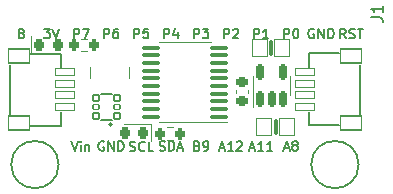
<source format=gbr>
%TF.GenerationSoftware,KiCad,Pcbnew,7.0.3*%
%TF.CreationDate,2023-05-19T16:22:07-07:00*%
%TF.ProjectId,StemmaG0,5374656d-6d61-4473-902e-6b696361645f,rev?*%
%TF.SameCoordinates,Original*%
%TF.FileFunction,Legend,Top*%
%TF.FilePolarity,Positive*%
%FSLAX46Y46*%
G04 Gerber Fmt 4.6, Leading zero omitted, Abs format (unit mm)*
G04 Created by KiCad (PCBNEW 7.0.3) date 2023-05-19 16:22:07*
%MOMM*%
%LPD*%
G01*
G04 APERTURE LIST*
G04 Aperture macros list*
%AMRoundRect*
0 Rectangle with rounded corners*
0 $1 Rounding radius*
0 $2 $3 $4 $5 $6 $7 $8 $9 X,Y pos of 4 corners*
0 Add a 4 corners polygon primitive as box body*
4,1,4,$2,$3,$4,$5,$6,$7,$8,$9,$2,$3,0*
0 Add four circle primitives for the rounded corners*
1,1,$1+$1,$2,$3*
1,1,$1+$1,$4,$5*
1,1,$1+$1,$6,$7*
1,1,$1+$1,$8,$9*
0 Add four rect primitives between the rounded corners*
20,1,$1+$1,$2,$3,$4,$5,0*
20,1,$1+$1,$4,$5,$6,$7,0*
20,1,$1+$1,$6,$7,$8,$9,0*
20,1,$1+$1,$8,$9,$2,$3,0*%
G04 Aperture macros list end*
%ADD10C,0.150000*%
%ADD11C,0.120000*%
%ADD12C,0.203200*%
%ADD13C,0.152400*%
%ADD14C,0.304800*%
%ADD15C,0.010000*%
%ADD16RoundRect,0.200000X0.200000X0.275000X-0.200000X0.275000X-0.200000X-0.275000X0.200000X-0.275000X0*%
%ADD17C,1.700000*%
%ADD18O,1.700000X1.700000*%
%ADD19C,1.152000*%
%ADD20R,0.500000X0.800000*%
%ADD21R,0.400000X0.800000*%
%ADD22RoundRect,0.050800X0.250000X-0.250000X0.250000X0.250000X-0.250000X0.250000X-0.250000X-0.250000X0*%
%ADD23RoundRect,0.050800X0.250000X-0.200000X0.250000X0.200000X-0.250000X0.200000X-0.250000X-0.200000X0*%
%ADD24RoundRect,0.218750X-0.218750X-0.256250X0.218750X-0.256250X0.218750X0.256250X-0.218750X0.256250X0*%
%ADD25C,3.301600*%
%ADD26RoundRect,0.050800X0.775000X0.300000X-0.775000X0.300000X-0.775000X-0.300000X0.775000X-0.300000X0*%
%ADD27RoundRect,0.050800X0.900000X0.600000X-0.900000X0.600000X-0.900000X-0.600000X0.900000X-0.600000X0*%
%ADD28RoundRect,0.218750X0.218750X0.256250X-0.218750X0.256250X-0.218750X-0.256250X0.218750X-0.256250X0*%
%ADD29RoundRect,0.100000X0.637500X0.100000X-0.637500X0.100000X-0.637500X-0.100000X0.637500X-0.100000X0*%
%ADD30RoundRect,0.150000X0.150000X-0.512500X0.150000X0.512500X-0.150000X0.512500X-0.150000X-0.512500X0*%
%ADD31RoundRect,0.225000X0.250000X-0.225000X0.250000X0.225000X-0.250000X0.225000X-0.250000X-0.225000X0*%
%ADD32RoundRect,0.050800X-0.620000X-0.750000X0.620000X-0.750000X0.620000X0.750000X-0.620000X0.750000X0*%
%ADD33RoundRect,0.050800X-0.775000X-0.300000X0.775000X-0.300000X0.775000X0.300000X-0.775000X0.300000X0*%
%ADD34RoundRect,0.050800X-0.900000X-0.600000X0.900000X-0.600000X0.900000X0.600000X-0.900000X0.600000X0*%
%ADD35RoundRect,0.200000X-0.200000X-0.275000X0.200000X-0.275000X0.200000X0.275000X-0.200000X0.275000X0*%
G04 APERTURE END LIST*
D10*
X21098208Y10686705D02*
X21098208Y11486705D01*
X21098208Y11486705D02*
X21402970Y11486705D01*
X21402970Y11486705D02*
X21479160Y11448610D01*
X21479160Y11448610D02*
X21517255Y11410515D01*
X21517255Y11410515D02*
X21555351Y11334324D01*
X21555351Y11334324D02*
X21555351Y11220039D01*
X21555351Y11220039D02*
X21517255Y11143848D01*
X21517255Y11143848D02*
X21479160Y11105753D01*
X21479160Y11105753D02*
X21402970Y11067658D01*
X21402970Y11067658D02*
X21098208Y11067658D01*
X22050589Y11486705D02*
X22126779Y11486705D01*
X22126779Y11486705D02*
X22202970Y11448610D01*
X22202970Y11448610D02*
X22241065Y11410515D01*
X22241065Y11410515D02*
X22279160Y11334324D01*
X22279160Y11334324D02*
X22317255Y11181943D01*
X22317255Y11181943D02*
X22317255Y10991467D01*
X22317255Y10991467D02*
X22279160Y10839086D01*
X22279160Y10839086D02*
X22241065Y10762896D01*
X22241065Y10762896D02*
X22202970Y10724800D01*
X22202970Y10724800D02*
X22126779Y10686705D01*
X22126779Y10686705D02*
X22050589Y10686705D01*
X22050589Y10686705D02*
X21974398Y10724800D01*
X21974398Y10724800D02*
X21936303Y10762896D01*
X21936303Y10762896D02*
X21898208Y10839086D01*
X21898208Y10839086D02*
X21860112Y10991467D01*
X21860112Y10991467D02*
X21860112Y11181943D01*
X21860112Y11181943D02*
X21898208Y11334324D01*
X21898208Y11334324D02*
X21936303Y11410515D01*
X21936303Y11410515D02*
X21974398Y11448610D01*
X21974398Y11448610D02*
X22050589Y11486705D01*
X8036302Y1184051D02*
X8150588Y1145956D01*
X8150588Y1145956D02*
X8341064Y1145956D01*
X8341064Y1145956D02*
X8417255Y1184051D01*
X8417255Y1184051D02*
X8455350Y1222147D01*
X8455350Y1222147D02*
X8493445Y1298337D01*
X8493445Y1298337D02*
X8493445Y1374528D01*
X8493445Y1374528D02*
X8455350Y1450718D01*
X8455350Y1450718D02*
X8417255Y1488813D01*
X8417255Y1488813D02*
X8341064Y1526909D01*
X8341064Y1526909D02*
X8188683Y1565004D01*
X8188683Y1565004D02*
X8112493Y1603099D01*
X8112493Y1603099D02*
X8074398Y1641194D01*
X8074398Y1641194D02*
X8036302Y1717385D01*
X8036302Y1717385D02*
X8036302Y1793575D01*
X8036302Y1793575D02*
X8074398Y1869766D01*
X8074398Y1869766D02*
X8112493Y1907861D01*
X8112493Y1907861D02*
X8188683Y1945956D01*
X8188683Y1945956D02*
X8379160Y1945956D01*
X8379160Y1945956D02*
X8493445Y1907861D01*
X9293446Y1222147D02*
X9255350Y1184051D01*
X9255350Y1184051D02*
X9141065Y1145956D01*
X9141065Y1145956D02*
X9064874Y1145956D01*
X9064874Y1145956D02*
X8950588Y1184051D01*
X8950588Y1184051D02*
X8874398Y1260242D01*
X8874398Y1260242D02*
X8836303Y1336432D01*
X8836303Y1336432D02*
X8798207Y1488813D01*
X8798207Y1488813D02*
X8798207Y1603099D01*
X8798207Y1603099D02*
X8836303Y1755480D01*
X8836303Y1755480D02*
X8874398Y1831671D01*
X8874398Y1831671D02*
X8950588Y1907861D01*
X8950588Y1907861D02*
X9064874Y1945956D01*
X9064874Y1945956D02*
X9141065Y1945956D01*
X9141065Y1945956D02*
X9255350Y1907861D01*
X9255350Y1907861D02*
X9293446Y1869766D01*
X10017255Y1145956D02*
X9636303Y1145956D01*
X9636303Y1145956D02*
X9636303Y1945956D01*
X23619160Y11448610D02*
X23542970Y11486705D01*
X23542970Y11486705D02*
X23428684Y11486705D01*
X23428684Y11486705D02*
X23314398Y11448610D01*
X23314398Y11448610D02*
X23238208Y11372420D01*
X23238208Y11372420D02*
X23200113Y11296229D01*
X23200113Y11296229D02*
X23162017Y11143848D01*
X23162017Y11143848D02*
X23162017Y11029562D01*
X23162017Y11029562D02*
X23200113Y10877181D01*
X23200113Y10877181D02*
X23238208Y10800991D01*
X23238208Y10800991D02*
X23314398Y10724800D01*
X23314398Y10724800D02*
X23428684Y10686705D01*
X23428684Y10686705D02*
X23504875Y10686705D01*
X23504875Y10686705D02*
X23619160Y10724800D01*
X23619160Y10724800D02*
X23657256Y10762896D01*
X23657256Y10762896D02*
X23657256Y11029562D01*
X23657256Y11029562D02*
X23504875Y11029562D01*
X24000113Y10686705D02*
X24000113Y11486705D01*
X24000113Y11486705D02*
X24457256Y10686705D01*
X24457256Y10686705D02*
X24457256Y11486705D01*
X24838208Y10686705D02*
X24838208Y11486705D01*
X24838208Y11486705D02*
X25028684Y11486705D01*
X25028684Y11486705D02*
X25142970Y11448610D01*
X25142970Y11448610D02*
X25219160Y11372420D01*
X25219160Y11372420D02*
X25257255Y11296229D01*
X25257255Y11296229D02*
X25295351Y11143848D01*
X25295351Y11143848D02*
X25295351Y11029562D01*
X25295351Y11029562D02*
X25257255Y10877181D01*
X25257255Y10877181D02*
X25219160Y10800991D01*
X25219160Y10800991D02*
X25142970Y10724800D01*
X25142970Y10724800D02*
X25028684Y10686705D01*
X25028684Y10686705D02*
X24838208Y10686705D01*
X10938208Y10686705D02*
X10938208Y11486705D01*
X10938208Y11486705D02*
X11242970Y11486705D01*
X11242970Y11486705D02*
X11319160Y11448610D01*
X11319160Y11448610D02*
X11357255Y11410515D01*
X11357255Y11410515D02*
X11395351Y11334324D01*
X11395351Y11334324D02*
X11395351Y11220039D01*
X11395351Y11220039D02*
X11357255Y11143848D01*
X11357255Y11143848D02*
X11319160Y11105753D01*
X11319160Y11105753D02*
X11242970Y11067658D01*
X11242970Y11067658D02*
X10938208Y11067658D01*
X12081065Y11220039D02*
X12081065Y10686705D01*
X11890589Y11524800D02*
X11700112Y10953372D01*
X11700112Y10953372D02*
X12195351Y10953372D01*
X5858208Y10686705D02*
X5858208Y11486705D01*
X5858208Y11486705D02*
X6162970Y11486705D01*
X6162970Y11486705D02*
X6239160Y11448610D01*
X6239160Y11448610D02*
X6277255Y11410515D01*
X6277255Y11410515D02*
X6315351Y11334324D01*
X6315351Y11334324D02*
X6315351Y11220039D01*
X6315351Y11220039D02*
X6277255Y11143848D01*
X6277255Y11143848D02*
X6239160Y11105753D01*
X6239160Y11105753D02*
X6162970Y11067658D01*
X6162970Y11067658D02*
X5858208Y11067658D01*
X7001065Y11486705D02*
X6848684Y11486705D01*
X6848684Y11486705D02*
X6772493Y11448610D01*
X6772493Y11448610D02*
X6734398Y11410515D01*
X6734398Y11410515D02*
X6658208Y11296229D01*
X6658208Y11296229D02*
X6620112Y11143848D01*
X6620112Y11143848D02*
X6620112Y10839086D01*
X6620112Y10839086D02*
X6658208Y10762896D01*
X6658208Y10762896D02*
X6696303Y10724800D01*
X6696303Y10724800D02*
X6772493Y10686705D01*
X6772493Y10686705D02*
X6924874Y10686705D01*
X6924874Y10686705D02*
X7001065Y10724800D01*
X7001065Y10724800D02*
X7039160Y10762896D01*
X7039160Y10762896D02*
X7077255Y10839086D01*
X7077255Y10839086D02*
X7077255Y11029562D01*
X7077255Y11029562D02*
X7039160Y11105753D01*
X7039160Y11105753D02*
X7001065Y11143848D01*
X7001065Y11143848D02*
X6924874Y11181943D01*
X6924874Y11181943D02*
X6772493Y11181943D01*
X6772493Y11181943D02*
X6696303Y11143848D01*
X6696303Y11143848D02*
X6658208Y11105753D01*
X6658208Y11105753D02*
X6620112Y11029562D01*
X10557255Y1199800D02*
X10671541Y1161705D01*
X10671541Y1161705D02*
X10862017Y1161705D01*
X10862017Y1161705D02*
X10938208Y1199800D01*
X10938208Y1199800D02*
X10976303Y1237896D01*
X10976303Y1237896D02*
X11014398Y1314086D01*
X11014398Y1314086D02*
X11014398Y1390277D01*
X11014398Y1390277D02*
X10976303Y1466467D01*
X10976303Y1466467D02*
X10938208Y1504562D01*
X10938208Y1504562D02*
X10862017Y1542658D01*
X10862017Y1542658D02*
X10709636Y1580753D01*
X10709636Y1580753D02*
X10633446Y1618848D01*
X10633446Y1618848D02*
X10595351Y1656943D01*
X10595351Y1656943D02*
X10557255Y1733134D01*
X10557255Y1733134D02*
X10557255Y1809324D01*
X10557255Y1809324D02*
X10595351Y1885515D01*
X10595351Y1885515D02*
X10633446Y1923610D01*
X10633446Y1923610D02*
X10709636Y1961705D01*
X10709636Y1961705D02*
X10900113Y1961705D01*
X10900113Y1961705D02*
X11014398Y1923610D01*
X11357256Y1161705D02*
X11357256Y1961705D01*
X11357256Y1961705D02*
X11547732Y1961705D01*
X11547732Y1961705D02*
X11662018Y1923610D01*
X11662018Y1923610D02*
X11738208Y1847420D01*
X11738208Y1847420D02*
X11776303Y1771229D01*
X11776303Y1771229D02*
X11814399Y1618848D01*
X11814399Y1618848D02*
X11814399Y1504562D01*
X11814399Y1504562D02*
X11776303Y1352181D01*
X11776303Y1352181D02*
X11738208Y1275991D01*
X11738208Y1275991D02*
X11662018Y1199800D01*
X11662018Y1199800D02*
X11547732Y1161705D01*
X11547732Y1161705D02*
X11357256Y1161705D01*
X12119160Y1390277D02*
X12500113Y1390277D01*
X12042970Y1161705D02*
X12309637Y1961705D01*
X12309637Y1961705D02*
X12576303Y1161705D01*
X18196302Y1390277D02*
X18577255Y1390277D01*
X18120112Y1161705D02*
X18386779Y1961705D01*
X18386779Y1961705D02*
X18653445Y1161705D01*
X19339159Y1161705D02*
X18882016Y1161705D01*
X19110588Y1161705D02*
X19110588Y1961705D01*
X19110588Y1961705D02*
X19034397Y1847420D01*
X19034397Y1847420D02*
X18958207Y1771229D01*
X18958207Y1771229D02*
X18882016Y1733134D01*
X20101064Y1161705D02*
X19643921Y1161705D01*
X19872493Y1161705D02*
X19872493Y1961705D01*
X19872493Y1961705D02*
X19796302Y1847420D01*
X19796302Y1847420D02*
X19720112Y1771229D01*
X19720112Y1771229D02*
X19643921Y1733134D01*
X18558208Y10686705D02*
X18558208Y11486705D01*
X18558208Y11486705D02*
X18862970Y11486705D01*
X18862970Y11486705D02*
X18939160Y11448610D01*
X18939160Y11448610D02*
X18977255Y11410515D01*
X18977255Y11410515D02*
X19015351Y11334324D01*
X19015351Y11334324D02*
X19015351Y11220039D01*
X19015351Y11220039D02*
X18977255Y11143848D01*
X18977255Y11143848D02*
X18939160Y11105753D01*
X18939160Y11105753D02*
X18862970Y11067658D01*
X18862970Y11067658D02*
X18558208Y11067658D01*
X19777255Y10686705D02*
X19320112Y10686705D01*
X19548684Y10686705D02*
X19548684Y11486705D01*
X19548684Y11486705D02*
X19472493Y11372420D01*
X19472493Y11372420D02*
X19396303Y11296229D01*
X19396303Y11296229D02*
X19320112Y11258134D01*
X8398208Y10686705D02*
X8398208Y11486705D01*
X8398208Y11486705D02*
X8702970Y11486705D01*
X8702970Y11486705D02*
X8779160Y11448610D01*
X8779160Y11448610D02*
X8817255Y11410515D01*
X8817255Y11410515D02*
X8855351Y11334324D01*
X8855351Y11334324D02*
X8855351Y11220039D01*
X8855351Y11220039D02*
X8817255Y11143848D01*
X8817255Y11143848D02*
X8779160Y11105753D01*
X8779160Y11105753D02*
X8702970Y11067658D01*
X8702970Y11067658D02*
X8398208Y11067658D01*
X9579160Y11486705D02*
X9198208Y11486705D01*
X9198208Y11486705D02*
X9160112Y11105753D01*
X9160112Y11105753D02*
X9198208Y11143848D01*
X9198208Y11143848D02*
X9274398Y11181943D01*
X9274398Y11181943D02*
X9464874Y11181943D01*
X9464874Y11181943D02*
X9541065Y11143848D01*
X9541065Y11143848D02*
X9579160Y11105753D01*
X9579160Y11105753D02*
X9617255Y11029562D01*
X9617255Y11029562D02*
X9617255Y10839086D01*
X9617255Y10839086D02*
X9579160Y10762896D01*
X9579160Y10762896D02*
X9541065Y10724800D01*
X9541065Y10724800D02*
X9464874Y10686705D01*
X9464874Y10686705D02*
X9274398Y10686705D01*
X9274398Y10686705D02*
X9198208Y10724800D01*
X9198208Y10724800D02*
X9160112Y10762896D01*
X3318208Y10686705D02*
X3318208Y11486705D01*
X3318208Y11486705D02*
X3622970Y11486705D01*
X3622970Y11486705D02*
X3699160Y11448610D01*
X3699160Y11448610D02*
X3737255Y11410515D01*
X3737255Y11410515D02*
X3775351Y11334324D01*
X3775351Y11334324D02*
X3775351Y11220039D01*
X3775351Y11220039D02*
X3737255Y11143848D01*
X3737255Y11143848D02*
X3699160Y11105753D01*
X3699160Y11105753D02*
X3622970Y11067658D01*
X3622970Y11067658D02*
X3318208Y11067658D01*
X4042017Y11486705D02*
X4575351Y11486705D01*
X4575351Y11486705D02*
X4232493Y10686705D01*
X3089636Y1961705D02*
X3356303Y1161705D01*
X3356303Y1161705D02*
X3622969Y1961705D01*
X3889636Y1161705D02*
X3889636Y1695039D01*
X3889636Y1961705D02*
X3851540Y1923610D01*
X3851540Y1923610D02*
X3889636Y1885515D01*
X3889636Y1885515D02*
X3927731Y1923610D01*
X3927731Y1923610D02*
X3889636Y1961705D01*
X3889636Y1961705D02*
X3889636Y1885515D01*
X4270588Y1695039D02*
X4270588Y1161705D01*
X4270588Y1618848D02*
X4308683Y1656943D01*
X4308683Y1656943D02*
X4384873Y1695039D01*
X4384873Y1695039D02*
X4499159Y1695039D01*
X4499159Y1695039D02*
X4575350Y1656943D01*
X4575350Y1656943D02*
X4613445Y1580753D01*
X4613445Y1580753D02*
X4613445Y1161705D01*
X15656302Y1390277D02*
X16037255Y1390277D01*
X15580112Y1161705D02*
X15846779Y1961705D01*
X15846779Y1961705D02*
X16113445Y1161705D01*
X16799159Y1161705D02*
X16342016Y1161705D01*
X16570588Y1161705D02*
X16570588Y1961705D01*
X16570588Y1961705D02*
X16494397Y1847420D01*
X16494397Y1847420D02*
X16418207Y1771229D01*
X16418207Y1771229D02*
X16342016Y1733134D01*
X17103921Y1885515D02*
X17142017Y1923610D01*
X17142017Y1923610D02*
X17218207Y1961705D01*
X17218207Y1961705D02*
X17408683Y1961705D01*
X17408683Y1961705D02*
X17484874Y1923610D01*
X17484874Y1923610D02*
X17522969Y1885515D01*
X17522969Y1885515D02*
X17561064Y1809324D01*
X17561064Y1809324D02*
X17561064Y1733134D01*
X17561064Y1733134D02*
X17522969Y1618848D01*
X17522969Y1618848D02*
X17065826Y1161705D01*
X17065826Y1161705D02*
X17561064Y1161705D01*
X21117255Y1390277D02*
X21498208Y1390277D01*
X21041065Y1161705D02*
X21307732Y1961705D01*
X21307732Y1961705D02*
X21574398Y1161705D01*
X21955350Y1618848D02*
X21879160Y1656943D01*
X21879160Y1656943D02*
X21841065Y1695039D01*
X21841065Y1695039D02*
X21802969Y1771229D01*
X21802969Y1771229D02*
X21802969Y1809324D01*
X21802969Y1809324D02*
X21841065Y1885515D01*
X21841065Y1885515D02*
X21879160Y1923610D01*
X21879160Y1923610D02*
X21955350Y1961705D01*
X21955350Y1961705D02*
X22107731Y1961705D01*
X22107731Y1961705D02*
X22183922Y1923610D01*
X22183922Y1923610D02*
X22222017Y1885515D01*
X22222017Y1885515D02*
X22260112Y1809324D01*
X22260112Y1809324D02*
X22260112Y1771229D01*
X22260112Y1771229D02*
X22222017Y1695039D01*
X22222017Y1695039D02*
X22183922Y1656943D01*
X22183922Y1656943D02*
X22107731Y1618848D01*
X22107731Y1618848D02*
X21955350Y1618848D01*
X21955350Y1618848D02*
X21879160Y1580753D01*
X21879160Y1580753D02*
X21841065Y1542658D01*
X21841065Y1542658D02*
X21802969Y1466467D01*
X21802969Y1466467D02*
X21802969Y1314086D01*
X21802969Y1314086D02*
X21841065Y1237896D01*
X21841065Y1237896D02*
X21879160Y1199800D01*
X21879160Y1199800D02*
X21955350Y1161705D01*
X21955350Y1161705D02*
X22107731Y1161705D01*
X22107731Y1161705D02*
X22183922Y1199800D01*
X22183922Y1199800D02*
X22222017Y1237896D01*
X22222017Y1237896D02*
X22260112Y1314086D01*
X22260112Y1314086D02*
X22260112Y1466467D01*
X22260112Y1466467D02*
X22222017Y1542658D01*
X22222017Y1542658D02*
X22183922Y1580753D01*
X22183922Y1580753D02*
X22107731Y1618848D01*
X-1114174Y11105753D02*
X-999888Y11067658D01*
X-999888Y11067658D02*
X-961793Y11029562D01*
X-961793Y11029562D02*
X-923697Y10953372D01*
X-923697Y10953372D02*
X-923697Y10839086D01*
X-923697Y10839086D02*
X-961793Y10762896D01*
X-961793Y10762896D02*
X-999888Y10724800D01*
X-999888Y10724800D02*
X-1076078Y10686705D01*
X-1076078Y10686705D02*
X-1380840Y10686705D01*
X-1380840Y10686705D02*
X-1380840Y11486705D01*
X-1380840Y11486705D02*
X-1114174Y11486705D01*
X-1114174Y11486705D02*
X-1037983Y11448610D01*
X-1037983Y11448610D02*
X-999888Y11410515D01*
X-999888Y11410515D02*
X-961793Y11334324D01*
X-961793Y11334324D02*
X-961793Y11258134D01*
X-961793Y11258134D02*
X-999888Y11181943D01*
X-999888Y11181943D02*
X-1037983Y11143848D01*
X-1037983Y11143848D02*
X-1114174Y11105753D01*
X-1114174Y11105753D02*
X-1380840Y11105753D01*
X16018208Y10686705D02*
X16018208Y11486705D01*
X16018208Y11486705D02*
X16322970Y11486705D01*
X16322970Y11486705D02*
X16399160Y11448610D01*
X16399160Y11448610D02*
X16437255Y11410515D01*
X16437255Y11410515D02*
X16475351Y11334324D01*
X16475351Y11334324D02*
X16475351Y11220039D01*
X16475351Y11220039D02*
X16437255Y11143848D01*
X16437255Y11143848D02*
X16399160Y11105753D01*
X16399160Y11105753D02*
X16322970Y11067658D01*
X16322970Y11067658D02*
X16018208Y11067658D01*
X16780112Y11410515D02*
X16818208Y11448610D01*
X16818208Y11448610D02*
X16894398Y11486705D01*
X16894398Y11486705D02*
X17084874Y11486705D01*
X17084874Y11486705D02*
X17161065Y11448610D01*
X17161065Y11448610D02*
X17199160Y11410515D01*
X17199160Y11410515D02*
X17237255Y11334324D01*
X17237255Y11334324D02*
X17237255Y11258134D01*
X17237255Y11258134D02*
X17199160Y11143848D01*
X17199160Y11143848D02*
X16742017Y10686705D01*
X16742017Y10686705D02*
X17237255Y10686705D01*
X759160Y11486705D02*
X1254398Y11486705D01*
X1254398Y11486705D02*
X987732Y11181943D01*
X987732Y11181943D02*
X1102017Y11181943D01*
X1102017Y11181943D02*
X1178208Y11143848D01*
X1178208Y11143848D02*
X1216303Y11105753D01*
X1216303Y11105753D02*
X1254398Y11029562D01*
X1254398Y11029562D02*
X1254398Y10839086D01*
X1254398Y10839086D02*
X1216303Y10762896D01*
X1216303Y10762896D02*
X1178208Y10724800D01*
X1178208Y10724800D02*
X1102017Y10686705D01*
X1102017Y10686705D02*
X873446Y10686705D01*
X873446Y10686705D02*
X797255Y10724800D01*
X797255Y10724800D02*
X759160Y10762896D01*
X1482970Y11486705D02*
X1749637Y10686705D01*
X1749637Y10686705D02*
X2016303Y11486705D01*
X5839160Y1923610D02*
X5762970Y1961705D01*
X5762970Y1961705D02*
X5648684Y1961705D01*
X5648684Y1961705D02*
X5534398Y1923610D01*
X5534398Y1923610D02*
X5458208Y1847420D01*
X5458208Y1847420D02*
X5420113Y1771229D01*
X5420113Y1771229D02*
X5382017Y1618848D01*
X5382017Y1618848D02*
X5382017Y1504562D01*
X5382017Y1504562D02*
X5420113Y1352181D01*
X5420113Y1352181D02*
X5458208Y1275991D01*
X5458208Y1275991D02*
X5534398Y1199800D01*
X5534398Y1199800D02*
X5648684Y1161705D01*
X5648684Y1161705D02*
X5724875Y1161705D01*
X5724875Y1161705D02*
X5839160Y1199800D01*
X5839160Y1199800D02*
X5877256Y1237896D01*
X5877256Y1237896D02*
X5877256Y1504562D01*
X5877256Y1504562D02*
X5724875Y1504562D01*
X6220113Y1161705D02*
X6220113Y1961705D01*
X6220113Y1961705D02*
X6677256Y1161705D01*
X6677256Y1161705D02*
X6677256Y1961705D01*
X7058208Y1161705D02*
X7058208Y1961705D01*
X7058208Y1961705D02*
X7248684Y1961705D01*
X7248684Y1961705D02*
X7362970Y1923610D01*
X7362970Y1923610D02*
X7439160Y1847420D01*
X7439160Y1847420D02*
X7477255Y1771229D01*
X7477255Y1771229D02*
X7515351Y1618848D01*
X7515351Y1618848D02*
X7515351Y1504562D01*
X7515351Y1504562D02*
X7477255Y1352181D01*
X7477255Y1352181D02*
X7439160Y1275991D01*
X7439160Y1275991D02*
X7362970Y1199800D01*
X7362970Y1199800D02*
X7248684Y1161705D01*
X7248684Y1161705D02*
X7058208Y1161705D01*
X13744874Y1580753D02*
X13859160Y1542658D01*
X13859160Y1542658D02*
X13897255Y1504562D01*
X13897255Y1504562D02*
X13935351Y1428372D01*
X13935351Y1428372D02*
X13935351Y1314086D01*
X13935351Y1314086D02*
X13897255Y1237896D01*
X13897255Y1237896D02*
X13859160Y1199800D01*
X13859160Y1199800D02*
X13782970Y1161705D01*
X13782970Y1161705D02*
X13478208Y1161705D01*
X13478208Y1161705D02*
X13478208Y1961705D01*
X13478208Y1961705D02*
X13744874Y1961705D01*
X13744874Y1961705D02*
X13821065Y1923610D01*
X13821065Y1923610D02*
X13859160Y1885515D01*
X13859160Y1885515D02*
X13897255Y1809324D01*
X13897255Y1809324D02*
X13897255Y1733134D01*
X13897255Y1733134D02*
X13859160Y1656943D01*
X13859160Y1656943D02*
X13821065Y1618848D01*
X13821065Y1618848D02*
X13744874Y1580753D01*
X13744874Y1580753D02*
X13478208Y1580753D01*
X14316303Y1161705D02*
X14468684Y1161705D01*
X14468684Y1161705D02*
X14544874Y1199800D01*
X14544874Y1199800D02*
X14582970Y1237896D01*
X14582970Y1237896D02*
X14659160Y1352181D01*
X14659160Y1352181D02*
X14697255Y1504562D01*
X14697255Y1504562D02*
X14697255Y1809324D01*
X14697255Y1809324D02*
X14659160Y1885515D01*
X14659160Y1885515D02*
X14621065Y1923610D01*
X14621065Y1923610D02*
X14544874Y1961705D01*
X14544874Y1961705D02*
X14392493Y1961705D01*
X14392493Y1961705D02*
X14316303Y1923610D01*
X14316303Y1923610D02*
X14278208Y1885515D01*
X14278208Y1885515D02*
X14240112Y1809324D01*
X14240112Y1809324D02*
X14240112Y1618848D01*
X14240112Y1618848D02*
X14278208Y1542658D01*
X14278208Y1542658D02*
X14316303Y1504562D01*
X14316303Y1504562D02*
X14392493Y1466467D01*
X14392493Y1466467D02*
X14544874Y1466467D01*
X14544874Y1466467D02*
X14621065Y1504562D01*
X14621065Y1504562D02*
X14659160Y1542658D01*
X14659160Y1542658D02*
X14697255Y1618848D01*
X13478208Y10686705D02*
X13478208Y11486705D01*
X13478208Y11486705D02*
X13782970Y11486705D01*
X13782970Y11486705D02*
X13859160Y11448610D01*
X13859160Y11448610D02*
X13897255Y11410515D01*
X13897255Y11410515D02*
X13935351Y11334324D01*
X13935351Y11334324D02*
X13935351Y11220039D01*
X13935351Y11220039D02*
X13897255Y11143848D01*
X13897255Y11143848D02*
X13859160Y11105753D01*
X13859160Y11105753D02*
X13782970Y11067658D01*
X13782970Y11067658D02*
X13478208Y11067658D01*
X14202017Y11486705D02*
X14697255Y11486705D01*
X14697255Y11486705D02*
X14430589Y11181943D01*
X14430589Y11181943D02*
X14544874Y11181943D01*
X14544874Y11181943D02*
X14621065Y11143848D01*
X14621065Y11143848D02*
X14659160Y11105753D01*
X14659160Y11105753D02*
X14697255Y11029562D01*
X14697255Y11029562D02*
X14697255Y10839086D01*
X14697255Y10839086D02*
X14659160Y10762896D01*
X14659160Y10762896D02*
X14621065Y10724800D01*
X14621065Y10724800D02*
X14544874Y10686705D01*
X14544874Y10686705D02*
X14316303Y10686705D01*
X14316303Y10686705D02*
X14240112Y10724800D01*
X14240112Y10724800D02*
X14202017Y10762896D01*
X26330589Y10686705D02*
X26063922Y11067658D01*
X25873446Y10686705D02*
X25873446Y11486705D01*
X25873446Y11486705D02*
X26178208Y11486705D01*
X26178208Y11486705D02*
X26254398Y11448610D01*
X26254398Y11448610D02*
X26292493Y11410515D01*
X26292493Y11410515D02*
X26330589Y11334324D01*
X26330589Y11334324D02*
X26330589Y11220039D01*
X26330589Y11220039D02*
X26292493Y11143848D01*
X26292493Y11143848D02*
X26254398Y11105753D01*
X26254398Y11105753D02*
X26178208Y11067658D01*
X26178208Y11067658D02*
X25873446Y11067658D01*
X26635350Y10724800D02*
X26749636Y10686705D01*
X26749636Y10686705D02*
X26940112Y10686705D01*
X26940112Y10686705D02*
X27016303Y10724800D01*
X27016303Y10724800D02*
X27054398Y10762896D01*
X27054398Y10762896D02*
X27092493Y10839086D01*
X27092493Y10839086D02*
X27092493Y10915277D01*
X27092493Y10915277D02*
X27054398Y10991467D01*
X27054398Y10991467D02*
X27016303Y11029562D01*
X27016303Y11029562D02*
X26940112Y11067658D01*
X26940112Y11067658D02*
X26787731Y11105753D01*
X26787731Y11105753D02*
X26711541Y11143848D01*
X26711541Y11143848D02*
X26673446Y11181943D01*
X26673446Y11181943D02*
X26635350Y11258134D01*
X26635350Y11258134D02*
X26635350Y11334324D01*
X26635350Y11334324D02*
X26673446Y11410515D01*
X26673446Y11410515D02*
X26711541Y11448610D01*
X26711541Y11448610D02*
X26787731Y11486705D01*
X26787731Y11486705D02*
X26978208Y11486705D01*
X26978208Y11486705D02*
X27092493Y11448610D01*
X27321065Y11486705D02*
X27778208Y11486705D01*
X27549636Y10686705D02*
X27549636Y11486705D01*
%TO.C,J1*%
X28454819Y12465351D02*
X29169104Y12465351D01*
X29169104Y12465351D02*
X29311961Y12417732D01*
X29311961Y12417732D02*
X29407200Y12322494D01*
X29407200Y12322494D02*
X29454819Y12179637D01*
X29454819Y12179637D02*
X29454819Y12084399D01*
X29454819Y13465351D02*
X29454819Y12893923D01*
X29454819Y13179637D02*
X28454819Y13179637D01*
X28454819Y13179637D02*
X28597676Y13084399D01*
X28597676Y13084399D02*
X28692914Y12989161D01*
X28692914Y12989161D02*
X28740533Y12893923D01*
D11*
%TO.C,R1*%
X4394572Y9619517D02*
X3920056Y9619517D01*
X4394572Y10664517D02*
X3920056Y10664517D01*
%TO.C,R3*%
X7994279Y7289342D02*
X7994279Y8289342D01*
X4634279Y7289342D02*
X4634279Y8289342D01*
D12*
%TO.C,Q2*%
X5598888Y3781035D02*
X6498888Y3781035D01*
X5598888Y5981035D02*
X6498888Y5981035D01*
X6498888Y3381035D02*
G75*
G03*
X6498888Y3381035I-100000J0D01*
G01*
D11*
%TO.C,D1*%
X-342000Y10895000D02*
X-342000Y9425000D01*
D12*
%TO.C,U$19*%
X2000000Y0D02*
G75*
G03*
X2000000Y0I-2000000J0D01*
G01*
D13*
%TO.C,CONN3*%
X23186000Y3350000D02*
X23186000Y4450000D01*
X25786000Y3350000D02*
X23186000Y3350000D01*
X27486000Y4250000D02*
X27486000Y8450000D01*
X23186000Y8250000D02*
X23186000Y9450000D01*
X23186000Y9450000D02*
X25786000Y9450000D01*
D11*
%TO.C,D2*%
X9864361Y1953827D02*
X9864361Y3423827D01*
X9864361Y3423827D02*
X7579361Y3423827D01*
%TO.C,U1*%
X12700000Y3600000D02*
X16300000Y3600000D01*
X12700000Y3600000D02*
X10500000Y3600000D01*
X12700000Y10370000D02*
X14900000Y10370000D01*
X12700000Y10370000D02*
X10500000Y10370000D01*
D12*
%TO.C,U$21*%
X27400000Y0D02*
G75*
G03*
X27400000Y0I-2000000J0D01*
G01*
D11*
%TO.C,U2*%
X18482406Y6699732D02*
X18482406Y4899732D01*
X18482406Y6699732D02*
X18482406Y7499732D01*
X21602406Y6699732D02*
X21602406Y5899732D01*
X21602406Y6699732D02*
X21602406Y7499732D01*
%TO.C,C1*%
X17001712Y6051215D02*
X17001712Y6332375D01*
X18021712Y6051215D02*
X18021712Y6332375D01*
D14*
%TO.C,C3*%
X19999470Y10342070D02*
X19999470Y9326070D01*
D13*
%TO.C,CONN4*%
X2214000Y9350000D02*
X2214000Y8250000D01*
X-386000Y9350000D02*
X2214000Y9350000D01*
X-2086000Y8450000D02*
X-2086000Y4250000D01*
X2214000Y4450000D02*
X2214000Y3250000D01*
X2214000Y3250000D02*
X-386000Y3250000D01*
D14*
%TO.C,C2*%
X20386530Y3665500D02*
X20386530Y2649500D01*
D11*
%TO.C,R2*%
X11208049Y3146751D02*
X11682565Y3146751D01*
X11208049Y2101751D02*
X11682565Y2101751D01*
%TD*%
%LPC*%
%TO.C,G\u002A\u002A\u002A*%
D15*
X23516297Y3022302D02*
X23529269Y3021693D01*
X23541577Y3020640D01*
X23553799Y3019097D01*
X23566514Y3017019D01*
X23575099Y3015403D01*
X23587773Y3012781D01*
X23599864Y3009975D01*
X23611730Y3006871D01*
X23623729Y3003355D01*
X23636221Y2999312D01*
X23649562Y2994628D01*
X23664113Y2989188D01*
X23680231Y2982878D01*
X23692425Y2977969D01*
X23708615Y2971318D01*
X23725051Y2964414D01*
X23741872Y2957190D01*
X23759217Y2949583D01*
X23777223Y2941527D01*
X23796030Y2932958D01*
X23815777Y2923810D01*
X23836601Y2914018D01*
X23858641Y2903517D01*
X23882037Y2892243D01*
X23906926Y2880130D01*
X23933447Y2867113D01*
X23961739Y2853128D01*
X23991940Y2838109D01*
X24011744Y2828219D01*
X24039760Y2814235D01*
X24065794Y2801298D01*
X24090009Y2789333D01*
X24112566Y2778266D01*
X24133627Y2768022D01*
X24153354Y2758528D01*
X24171910Y2749709D01*
X24189455Y2741490D01*
X24206153Y2733797D01*
X24222164Y2726556D01*
X24237651Y2719693D01*
X24252777Y2713132D01*
X24267702Y2706800D01*
X24282589Y2700623D01*
X24297599Y2694525D01*
X24312895Y2688433D01*
X24328639Y2682272D01*
X24334529Y2679991D01*
X24342754Y2676807D01*
X24350393Y2673835D01*
X24357107Y2671207D01*
X24362557Y2669058D01*
X24366405Y2667519D01*
X24368254Y2666750D01*
X24371741Y2665187D01*
X24362702Y2654364D01*
X24348451Y2638524D01*
X24332061Y2622491D01*
X24313779Y2606454D01*
X24293855Y2590601D01*
X24272537Y2575122D01*
X24250073Y2560205D01*
X24226714Y2546039D01*
X24202707Y2532813D01*
X24202086Y2532488D01*
X24170746Y2517099D01*
X24137452Y2502583D01*
X24102544Y2489039D01*
X24066360Y2476567D01*
X24029239Y2465265D01*
X23991519Y2455232D01*
X23953538Y2446568D01*
X23915636Y2439370D01*
X23878150Y2433739D01*
X23854953Y2431046D01*
X23848076Y2430505D01*
X23839436Y2430081D01*
X23829483Y2429773D01*
X23818667Y2429581D01*
X23807438Y2429505D01*
X23796247Y2429545D01*
X23785544Y2429702D01*
X23775778Y2429975D01*
X23767401Y2430365D01*
X23760861Y2430871D01*
X23759400Y2431036D01*
X23735337Y2434887D01*
X23713154Y2440216D01*
X23692861Y2447021D01*
X23674471Y2455297D01*
X23657993Y2465041D01*
X23651693Y2469533D01*
X23637757Y2481382D01*
X23625868Y2494439D01*
X23615906Y2508869D01*
X23607751Y2524838D01*
X23603652Y2535289D01*
X23600493Y2544944D01*
X23598234Y2553722D01*
X23596754Y2562390D01*
X23595930Y2571713D01*
X23595641Y2582457D01*
X23595639Y2585641D01*
X23595707Y2605149D01*
X23587810Y2605959D01*
X23579912Y2606768D01*
X23571383Y2600964D01*
X23562853Y2595161D01*
X23562500Y2583670D01*
X23563036Y2567565D01*
X23565498Y2550722D01*
X23569737Y2533643D01*
X23575604Y2516833D01*
X23582950Y2500795D01*
X23591343Y2486456D01*
X23603611Y2470050D01*
X23617668Y2455268D01*
X23633507Y2442113D01*
X23651121Y2430589D01*
X23670502Y2420699D01*
X23691645Y2412448D01*
X23714540Y2405839D01*
X23739182Y2400874D01*
X23765564Y2397559D01*
X23768597Y2397293D01*
X23778190Y2396717D01*
X23789648Y2396406D01*
X23802431Y2396347D01*
X23816002Y2396527D01*
X23829821Y2396932D01*
X23843351Y2397551D01*
X23856052Y2398370D01*
X23867386Y2399375D01*
X23870863Y2399761D01*
X23909394Y2405101D01*
X23948465Y2412061D01*
X23987694Y2420534D01*
X24026701Y2430413D01*
X24065104Y2441592D01*
X24102524Y2453965D01*
X24138578Y2467425D01*
X24172886Y2481867D01*
X24185274Y2487537D01*
X24215219Y2502350D01*
X24243960Y2518135D01*
X24271337Y2534776D01*
X24297192Y2552157D01*
X24321369Y2570163D01*
X24343707Y2588678D01*
X24364050Y2607586D01*
X24382239Y2626771D01*
X24393098Y2639668D01*
X24398179Y2645858D01*
X24402005Y2650134D01*
X24404669Y2652589D01*
X24406261Y2653317D01*
X24406380Y2653295D01*
X24411377Y2652047D01*
X24418388Y2650632D01*
X24427016Y2649107D01*
X24436867Y2647528D01*
X24447546Y2645953D01*
X24458656Y2644439D01*
X24469803Y2643043D01*
X24480591Y2641822D01*
X24490625Y2640833D01*
X24495396Y2640431D01*
X24505770Y2639836D01*
X24517261Y2639602D01*
X24530019Y2639740D01*
X24544198Y2640258D01*
X24559949Y2641166D01*
X24577426Y2642473D01*
X24596780Y2644187D01*
X24618165Y2646319D01*
X24641731Y2648878D01*
X24649005Y2649702D01*
X24682582Y2653752D01*
X24718381Y2658479D01*
X24756306Y2663865D01*
X24796263Y2669893D01*
X24838156Y2676545D01*
X24881890Y2683805D01*
X24927369Y2691654D01*
X24974498Y2700076D01*
X25023181Y2709053D01*
X25073324Y2718567D01*
X25124831Y2728602D01*
X25177606Y2739140D01*
X25231555Y2750164D01*
X25286581Y2761655D01*
X25342591Y2773598D01*
X25399487Y2785974D01*
X25409191Y2788109D01*
X25420002Y2790474D01*
X25430311Y2792696D01*
X25439827Y2794715D01*
X25448257Y2796470D01*
X25455309Y2797900D01*
X25460693Y2798946D01*
X25464116Y2799547D01*
X25464829Y2799645D01*
X25474216Y2799616D01*
X25484148Y2797698D01*
X25494002Y2794118D01*
X25503154Y2789104D01*
X25510982Y2782886D01*
X25511227Y2782647D01*
X25514915Y2778409D01*
X25519449Y2772194D01*
X25524700Y2764240D01*
X25530537Y2754784D01*
X25536830Y2744063D01*
X25543450Y2732314D01*
X25550267Y2719773D01*
X25557151Y2706678D01*
X25563971Y2693267D01*
X25570599Y2679775D01*
X25576905Y2666441D01*
X25582757Y2653500D01*
X25585751Y2646604D01*
X25595172Y2622968D01*
X25602673Y2600707D01*
X25608251Y2579835D01*
X25611904Y2560362D01*
X25613632Y2542299D01*
X25613431Y2525657D01*
X25611302Y2510449D01*
X25607476Y2497301D01*
X25604191Y2490354D01*
X25599540Y2482841D01*
X25594124Y2475608D01*
X25588540Y2469500D01*
X25586488Y2467642D01*
X25581212Y2463559D01*
X25575514Y2459953D01*
X25569208Y2456788D01*
X25562107Y2454026D01*
X25554025Y2451629D01*
X25544775Y2449559D01*
X25534171Y2447779D01*
X25522026Y2446251D01*
X25508153Y2444936D01*
X25492366Y2443798D01*
X25474479Y2442799D01*
X25460596Y2442160D01*
X25453817Y2441893D01*
X25444962Y2441580D01*
X25434372Y2441230D01*
X25422388Y2440853D01*
X25409353Y2440462D01*
X25395609Y2440065D01*
X25381496Y2439673D01*
X25367357Y2439297D01*
X25360205Y2439113D01*
X25323874Y2438155D01*
X25289757Y2437173D01*
X25257648Y2436158D01*
X25227341Y2435100D01*
X25198631Y2433989D01*
X25171313Y2432814D01*
X25145181Y2431565D01*
X25120030Y2430232D01*
X25095654Y2428806D01*
X25071848Y2427276D01*
X25048406Y2425632D01*
X25025123Y2423864D01*
X25001793Y2421961D01*
X24989486Y2420908D01*
X24937232Y2416000D01*
X24887000Y2410508D01*
X24838451Y2404363D01*
X24791245Y2397493D01*
X24745041Y2389830D01*
X24699501Y2381302D01*
X24654283Y2371840D01*
X24609048Y2361373D01*
X24563456Y2349832D01*
X24517166Y2337146D01*
X24469840Y2323245D01*
X24421137Y2308059D01*
X24384120Y2295989D01*
X24364696Y2289509D01*
X24346721Y2283418D01*
X24329997Y2277624D01*
X24314330Y2272036D01*
X24299522Y2266563D01*
X24285378Y2261114D01*
X24271702Y2255596D01*
X24258297Y2249920D01*
X24244969Y2243993D01*
X24231520Y2237725D01*
X24217755Y2231024D01*
X24203478Y2223799D01*
X24188493Y2215958D01*
X24172603Y2207411D01*
X24155613Y2198066D01*
X24137327Y2187831D01*
X24117548Y2176617D01*
X24096081Y2164331D01*
X24073877Y2151543D01*
X24056668Y2141625D01*
X24041318Y2132811D01*
X24027602Y2124978D01*
X24015296Y2118001D01*
X24004174Y2111756D01*
X23994011Y2106119D01*
X23984583Y2100967D01*
X23975664Y2096175D01*
X23967030Y2091619D01*
X23958456Y2087176D01*
X23949717Y2082721D01*
X23942039Y2078856D01*
X23919644Y2067912D01*
X23898803Y2058325D01*
X23879156Y2049972D01*
X23860344Y2042730D01*
X23842008Y2036474D01*
X23823790Y2031079D01*
X23805329Y2026423D01*
X23786269Y2022382D01*
X23769992Y2019448D01*
X23749669Y2016231D01*
X23730954Y2013703D01*
X23713154Y2011808D01*
X23695575Y2010489D01*
X23677525Y2009691D01*
X23658309Y2009358D01*
X23645100Y2009363D01*
X23635984Y2009431D01*
X23627398Y2009520D01*
X23619716Y2009622D01*
X23613314Y2009734D01*
X23608566Y2009848D01*
X23605848Y2009960D01*
X23605791Y2009964D01*
X23574575Y2013055D01*
X23543783Y2017733D01*
X23513710Y2023923D01*
X23484647Y2031549D01*
X23456888Y2040537D01*
X23430728Y2050811D01*
X23410958Y2060000D01*
X23381529Y2076079D01*
X23352857Y2094436D01*
X23324968Y2115043D01*
X23297888Y2137872D01*
X23271644Y2162894D01*
X23246262Y2190082D01*
X23221767Y2219407D01*
X23198186Y2250841D01*
X23175545Y2284357D01*
X23153870Y2319925D01*
X23133187Y2357519D01*
X23131703Y2360367D01*
X23119015Y2386086D01*
X23107182Y2412741D01*
X23096081Y2440653D01*
X23085588Y2470140D01*
X23075582Y2501524D01*
X23069924Y2520820D01*
X23067330Y2529936D01*
X22983077Y2563922D01*
X22969542Y2569399D01*
X22956679Y2574637D01*
X22944663Y2579564D01*
X22933667Y2584106D01*
X22923864Y2588192D01*
X22915428Y2591747D01*
X22908534Y2594700D01*
X22903353Y2596978D01*
X22900060Y2598508D01*
X22898829Y2599217D01*
X22898824Y2599233D01*
X22899707Y2600219D01*
X22902268Y2602692D01*
X22906377Y2606533D01*
X22911902Y2611623D01*
X22918713Y2617843D01*
X22926678Y2625073D01*
X22935667Y2633196D01*
X22945549Y2642092D01*
X22956193Y2651642D01*
X22967468Y2661728D01*
X22976234Y2669549D01*
X23053643Y2738540D01*
X23058573Y2752158D01*
X23068288Y2776184D01*
X23079687Y2799122D01*
X23092910Y2821181D01*
X23108096Y2842569D01*
X23125384Y2863496D01*
X23144915Y2884169D01*
X23150534Y2889680D01*
X23173614Y2910312D01*
X23198502Y2929403D01*
X23225109Y2946905D01*
X23253344Y2962775D01*
X23283116Y2976967D01*
X23314334Y2989435D01*
X23346907Y3000135D01*
X23380745Y3009020D01*
X23396543Y3012451D01*
X23411765Y3015412D01*
X23425384Y3017734D01*
X23438108Y3019493D01*
X23450643Y3020770D01*
X23463697Y3021641D01*
X23477977Y3022187D01*
X23486048Y3022366D01*
X23502083Y3022511D01*
X23516297Y3022302D01*
G36*
X23516297Y3022302D02*
G01*
X23529269Y3021693D01*
X23541577Y3020640D01*
X23553799Y3019097D01*
X23566514Y3017019D01*
X23575099Y3015403D01*
X23587773Y3012781D01*
X23599864Y3009975D01*
X23611730Y3006871D01*
X23623729Y3003355D01*
X23636221Y2999312D01*
X23649562Y2994628D01*
X23664113Y2989188D01*
X23680231Y2982878D01*
X23692425Y2977969D01*
X23708615Y2971318D01*
X23725051Y2964414D01*
X23741872Y2957190D01*
X23759217Y2949583D01*
X23777223Y2941527D01*
X23796030Y2932958D01*
X23815777Y2923810D01*
X23836601Y2914018D01*
X23858641Y2903517D01*
X23882037Y2892243D01*
X23906926Y2880130D01*
X23933447Y2867113D01*
X23961739Y2853128D01*
X23991940Y2838109D01*
X24011744Y2828219D01*
X24039760Y2814235D01*
X24065794Y2801298D01*
X24090009Y2789333D01*
X24112566Y2778266D01*
X24133627Y2768022D01*
X24153354Y2758528D01*
X24171910Y2749709D01*
X24189455Y2741490D01*
X24206153Y2733797D01*
X24222164Y2726556D01*
X24237651Y2719693D01*
X24252777Y2713132D01*
X24267702Y2706800D01*
X24282589Y2700623D01*
X24297599Y2694525D01*
X24312895Y2688433D01*
X24328639Y2682272D01*
X24334529Y2679991D01*
X24342754Y2676807D01*
X24350393Y2673835D01*
X24357107Y2671207D01*
X24362557Y2669058D01*
X24366405Y2667519D01*
X24368254Y2666750D01*
X24371741Y2665187D01*
X24362702Y2654364D01*
X24348451Y2638524D01*
X24332061Y2622491D01*
X24313779Y2606454D01*
X24293855Y2590601D01*
X24272537Y2575122D01*
X24250073Y2560205D01*
X24226714Y2546039D01*
X24202707Y2532813D01*
X24202086Y2532488D01*
X24170746Y2517099D01*
X24137452Y2502583D01*
X24102544Y2489039D01*
X24066360Y2476567D01*
X24029239Y2465265D01*
X23991519Y2455232D01*
X23953538Y2446568D01*
X23915636Y2439370D01*
X23878150Y2433739D01*
X23854953Y2431046D01*
X23848076Y2430505D01*
X23839436Y2430081D01*
X23829483Y2429773D01*
X23818667Y2429581D01*
X23807438Y2429505D01*
X23796247Y2429545D01*
X23785544Y2429702D01*
X23775778Y2429975D01*
X23767401Y2430365D01*
X23760861Y2430871D01*
X23759400Y2431036D01*
X23735337Y2434887D01*
X23713154Y2440216D01*
X23692861Y2447021D01*
X23674471Y2455297D01*
X23657993Y2465041D01*
X23651693Y2469533D01*
X23637757Y2481382D01*
X23625868Y2494439D01*
X23615906Y2508869D01*
X23607751Y2524838D01*
X23603652Y2535289D01*
X23600493Y2544944D01*
X23598234Y2553722D01*
X23596754Y2562390D01*
X23595930Y2571713D01*
X23595641Y2582457D01*
X23595639Y2585641D01*
X23595707Y2605149D01*
X23587810Y2605959D01*
X23579912Y2606768D01*
X23571383Y2600964D01*
X23562853Y2595161D01*
X23562500Y2583670D01*
X23563036Y2567565D01*
X23565498Y2550722D01*
X23569737Y2533643D01*
X23575604Y2516833D01*
X23582950Y2500795D01*
X23591343Y2486456D01*
X23603611Y2470050D01*
X23617668Y2455268D01*
X23633507Y2442113D01*
X23651121Y2430589D01*
X23670502Y2420699D01*
X23691645Y2412448D01*
X23714540Y2405839D01*
X23739182Y2400874D01*
X23765564Y2397559D01*
X23768597Y2397293D01*
X23778190Y2396717D01*
X23789648Y2396406D01*
X23802431Y2396347D01*
X23816002Y2396527D01*
X23829821Y2396932D01*
X23843351Y2397551D01*
X23856052Y2398370D01*
X23867386Y2399375D01*
X23870863Y2399761D01*
X23909394Y2405101D01*
X23948465Y2412061D01*
X23987694Y2420534D01*
X24026701Y2430413D01*
X24065104Y2441592D01*
X24102524Y2453965D01*
X24138578Y2467425D01*
X24172886Y2481867D01*
X24185274Y2487537D01*
X24215219Y2502350D01*
X24243960Y2518135D01*
X24271337Y2534776D01*
X24297192Y2552157D01*
X24321369Y2570163D01*
X24343707Y2588678D01*
X24364050Y2607586D01*
X24382239Y2626771D01*
X24393098Y2639668D01*
X24398179Y2645858D01*
X24402005Y2650134D01*
X24404669Y2652589D01*
X24406261Y2653317D01*
X24406380Y2653295D01*
X24411377Y2652047D01*
X24418388Y2650632D01*
X24427016Y2649107D01*
X24436867Y2647528D01*
X24447546Y2645953D01*
X24458656Y2644439D01*
X24469803Y2643043D01*
X24480591Y2641822D01*
X24490625Y2640833D01*
X24495396Y2640431D01*
X24505770Y2639836D01*
X24517261Y2639602D01*
X24530019Y2639740D01*
X24544198Y2640258D01*
X24559949Y2641166D01*
X24577426Y2642473D01*
X24596780Y2644187D01*
X24618165Y2646319D01*
X24641731Y2648878D01*
X24649005Y2649702D01*
X24682582Y2653752D01*
X24718381Y2658479D01*
X24756306Y2663865D01*
X24796263Y2669893D01*
X24838156Y2676545D01*
X24881890Y2683805D01*
X24927369Y2691654D01*
X24974498Y2700076D01*
X25023181Y2709053D01*
X25073324Y2718567D01*
X25124831Y2728602D01*
X25177606Y2739140D01*
X25231555Y2750164D01*
X25286581Y2761655D01*
X25342591Y2773598D01*
X25399487Y2785974D01*
X25409191Y2788109D01*
X25420002Y2790474D01*
X25430311Y2792696D01*
X25439827Y2794715D01*
X25448257Y2796470D01*
X25455309Y2797900D01*
X25460693Y2798946D01*
X25464116Y2799547D01*
X25464829Y2799645D01*
X25474216Y2799616D01*
X25484148Y2797698D01*
X25494002Y2794118D01*
X25503154Y2789104D01*
X25510982Y2782886D01*
X25511227Y2782647D01*
X25514915Y2778409D01*
X25519449Y2772194D01*
X25524700Y2764240D01*
X25530537Y2754784D01*
X25536830Y2744063D01*
X25543450Y2732314D01*
X25550267Y2719773D01*
X25557151Y2706678D01*
X25563971Y2693267D01*
X25570599Y2679775D01*
X25576905Y2666441D01*
X25582757Y2653500D01*
X25585751Y2646604D01*
X25595172Y2622968D01*
X25602673Y2600707D01*
X25608251Y2579835D01*
X25611904Y2560362D01*
X25613632Y2542299D01*
X25613431Y2525657D01*
X25611302Y2510449D01*
X25607476Y2497301D01*
X25604191Y2490354D01*
X25599540Y2482841D01*
X25594124Y2475608D01*
X25588540Y2469500D01*
X25586488Y2467642D01*
X25581212Y2463559D01*
X25575514Y2459953D01*
X25569208Y2456788D01*
X25562107Y2454026D01*
X25554025Y2451629D01*
X25544775Y2449559D01*
X25534171Y2447779D01*
X25522026Y2446251D01*
X25508153Y2444936D01*
X25492366Y2443798D01*
X25474479Y2442799D01*
X25460596Y2442160D01*
X25453817Y2441893D01*
X25444962Y2441580D01*
X25434372Y2441230D01*
X25422388Y2440853D01*
X25409353Y2440462D01*
X25395609Y2440065D01*
X25381496Y2439673D01*
X25367357Y2439297D01*
X25360205Y2439113D01*
X25323874Y2438155D01*
X25289757Y2437173D01*
X25257648Y2436158D01*
X25227341Y2435100D01*
X25198631Y2433989D01*
X25171313Y2432814D01*
X25145181Y2431565D01*
X25120030Y2430232D01*
X25095654Y2428806D01*
X25071848Y2427276D01*
X25048406Y2425632D01*
X25025123Y2423864D01*
X25001793Y2421961D01*
X24989486Y2420908D01*
X24937232Y2416000D01*
X24887000Y2410508D01*
X24838451Y2404363D01*
X24791245Y2397493D01*
X24745041Y2389830D01*
X24699501Y2381302D01*
X24654283Y2371840D01*
X24609048Y2361373D01*
X24563456Y2349832D01*
X24517166Y2337146D01*
X24469840Y2323245D01*
X24421137Y2308059D01*
X24384120Y2295989D01*
X24364696Y2289509D01*
X24346721Y2283418D01*
X24329997Y2277624D01*
X24314330Y2272036D01*
X24299522Y2266563D01*
X24285378Y2261114D01*
X24271702Y2255596D01*
X24258297Y2249920D01*
X24244969Y2243993D01*
X24231520Y2237725D01*
X24217755Y2231024D01*
X24203478Y2223799D01*
X24188493Y2215958D01*
X24172603Y2207411D01*
X24155613Y2198066D01*
X24137327Y2187831D01*
X24117548Y2176617D01*
X24096081Y2164331D01*
X24073877Y2151543D01*
X24056668Y2141625D01*
X24041318Y2132811D01*
X24027602Y2124978D01*
X24015296Y2118001D01*
X24004174Y2111756D01*
X23994011Y2106119D01*
X23984583Y2100967D01*
X23975664Y2096175D01*
X23967030Y2091619D01*
X23958456Y2087176D01*
X23949717Y2082721D01*
X23942039Y2078856D01*
X23919644Y2067912D01*
X23898803Y2058325D01*
X23879156Y2049972D01*
X23860344Y2042730D01*
X23842008Y2036474D01*
X23823790Y2031079D01*
X23805329Y2026423D01*
X23786269Y2022382D01*
X23769992Y2019448D01*
X23749669Y2016231D01*
X23730954Y2013703D01*
X23713154Y2011808D01*
X23695575Y2010489D01*
X23677525Y2009691D01*
X23658309Y2009358D01*
X23645100Y2009363D01*
X23635984Y2009431D01*
X23627398Y2009520D01*
X23619716Y2009622D01*
X23613314Y2009734D01*
X23608566Y2009848D01*
X23605848Y2009960D01*
X23605791Y2009964D01*
X23574575Y2013055D01*
X23543783Y2017733D01*
X23513710Y2023923D01*
X23484647Y2031549D01*
X23456888Y2040537D01*
X23430728Y2050811D01*
X23410958Y2060000D01*
X23381529Y2076079D01*
X23352857Y2094436D01*
X23324968Y2115043D01*
X23297888Y2137872D01*
X23271644Y2162894D01*
X23246262Y2190082D01*
X23221767Y2219407D01*
X23198186Y2250841D01*
X23175545Y2284357D01*
X23153870Y2319925D01*
X23133187Y2357519D01*
X23131703Y2360367D01*
X23119015Y2386086D01*
X23107182Y2412741D01*
X23096081Y2440653D01*
X23085588Y2470140D01*
X23075582Y2501524D01*
X23069924Y2520820D01*
X23067330Y2529936D01*
X22983077Y2563922D01*
X22969542Y2569399D01*
X22956679Y2574637D01*
X22944663Y2579564D01*
X22933667Y2584106D01*
X22923864Y2588192D01*
X22915428Y2591747D01*
X22908534Y2594700D01*
X22903353Y2596978D01*
X22900060Y2598508D01*
X22898829Y2599217D01*
X22898824Y2599233D01*
X22899707Y2600219D01*
X22902268Y2602692D01*
X22906377Y2606533D01*
X22911902Y2611623D01*
X22918713Y2617843D01*
X22926678Y2625073D01*
X22935667Y2633196D01*
X22945549Y2642092D01*
X22956193Y2651642D01*
X22967468Y2661728D01*
X22976234Y2669549D01*
X23053643Y2738540D01*
X23058573Y2752158D01*
X23068288Y2776184D01*
X23079687Y2799122D01*
X23092910Y2821181D01*
X23108096Y2842569D01*
X23125384Y2863496D01*
X23144915Y2884169D01*
X23150534Y2889680D01*
X23173614Y2910312D01*
X23198502Y2929403D01*
X23225109Y2946905D01*
X23253344Y2962775D01*
X23283116Y2976967D01*
X23314334Y2989435D01*
X23346907Y3000135D01*
X23380745Y3009020D01*
X23396543Y3012451D01*
X23411765Y3015412D01*
X23425384Y3017734D01*
X23438108Y3019493D01*
X23450643Y3020770D01*
X23463697Y3021641D01*
X23477977Y3022187D01*
X23486048Y3022366D01*
X23502083Y3022511D01*
X23516297Y3022302D01*
G37*
%TD*%
D16*
%TO.C,R1*%
X4982314Y10142017D03*
X3332314Y10142017D03*
%TD*%
D17*
%TO.C,J1*%
X26670000Y12700000D03*
D18*
X24130000Y12700000D03*
X21590000Y12700000D03*
X19050000Y12700000D03*
X16510000Y12700000D03*
X13970000Y12700000D03*
X11430000Y12700000D03*
X8890000Y12700000D03*
X6350000Y12700000D03*
X3810000Y12700000D03*
X1270000Y12700000D03*
X-1270000Y12700000D03*
%TD*%
D19*
%TO.C,REF\u002A\u002A*%
X2540000Y-1270000D03*
%TD*%
D20*
%TO.C,R3*%
X7514279Y8689342D03*
D21*
X6714279Y8689342D03*
X5914279Y8689342D03*
D20*
X5114279Y8689342D03*
X5114279Y6889342D03*
D21*
X5914279Y6889342D03*
X6714279Y6889342D03*
D20*
X7514279Y6889342D03*
%TD*%
D22*
%TO.C,Q2*%
X6948888Y4131035D03*
D23*
X6948888Y4881035D03*
D22*
X6948888Y5631035D03*
X5148888Y5631035D03*
D23*
X5148888Y4881035D03*
D22*
X5148888Y4131035D03*
%TD*%
D24*
%TO.C,D1*%
X355500Y10160000D03*
X1930500Y10160000D03*
%TD*%
D25*
%TO.C,U$19*%
X0Y0D03*
%TD*%
D26*
%TO.C,CONN3*%
X22886000Y4850000D03*
X22886000Y5850000D03*
X22886000Y6850000D03*
X22886000Y7850000D03*
D27*
X26786000Y3550000D03*
X26786000Y9150000D03*
%TD*%
D17*
%TO.C,J2*%
X3810000Y0D03*
D18*
X6350000Y0D03*
X8890000Y0D03*
X11430000Y0D03*
X13970000Y0D03*
X16510000Y0D03*
X19050000Y0D03*
X21590000Y0D03*
%TD*%
D28*
%TO.C,D2*%
X9166861Y2688827D03*
X7591861Y2688827D03*
%TD*%
D29*
%TO.C,U1*%
X15562500Y4060000D03*
X15562500Y4710000D03*
X15562500Y5360000D03*
X15562500Y6010000D03*
X15562500Y6660000D03*
X15562500Y7310000D03*
X15562500Y7960000D03*
X15562500Y8610000D03*
X15562500Y9260000D03*
X15562500Y9910000D03*
X9837500Y9910000D03*
X9837500Y9260000D03*
X9837500Y8610000D03*
X9837500Y7960000D03*
X9837500Y7310000D03*
X9837500Y6660000D03*
X9837500Y6010000D03*
X9837500Y5360000D03*
X9837500Y4710000D03*
X9837500Y4060000D03*
%TD*%
D19*
%TO.C,REF\u002A\u002A*%
X25400000Y13990219D03*
%TD*%
D25*
%TO.C,U$21*%
X25400000Y0D03*
%TD*%
D17*
%TO.C,J4*%
X3810000Y-2540000D03*
X6350000Y-2540000D03*
X8890000Y-2540000D03*
X11430000Y-2540000D03*
X13970000Y-2540000D03*
X16510000Y-2540000D03*
X19050000Y-2540000D03*
X21590000Y-2540000D03*
%TD*%
D30*
%TO.C,U2*%
X19092406Y5562232D03*
X20042406Y5562232D03*
X20992406Y5562232D03*
X20992406Y7837232D03*
X19092406Y7837232D03*
%TD*%
D31*
%TO.C,C1*%
X17511712Y5416795D03*
X17511712Y6966795D03*
%TD*%
D32*
%TO.C,C3*%
X19049470Y9834070D03*
X20949470Y9834070D03*
%TD*%
D33*
%TO.C,CONN4*%
X2514000Y7850000D03*
X2514000Y6850000D03*
X2514000Y5850000D03*
X2514000Y4850000D03*
D34*
X-1386000Y9150000D03*
X-1386000Y3550000D03*
%TD*%
D17*
%TO.C,J5*%
X24130000Y15240000D03*
X21590000Y15240000D03*
D18*
X19050000Y15240000D03*
D17*
X16510000Y15240000D03*
X13970000Y15240000D03*
X11430000Y15240000D03*
X8890000Y15240000D03*
X6350000Y15240000D03*
X3810000Y15240000D03*
X1270000Y15240000D03*
%TD*%
D32*
%TO.C,C2*%
X19436530Y3157500D03*
X21336530Y3157500D03*
%TD*%
D35*
%TO.C,R2*%
X10620307Y2624251D03*
X12270307Y2624251D03*
%TD*%
%LPD*%
M02*

</source>
